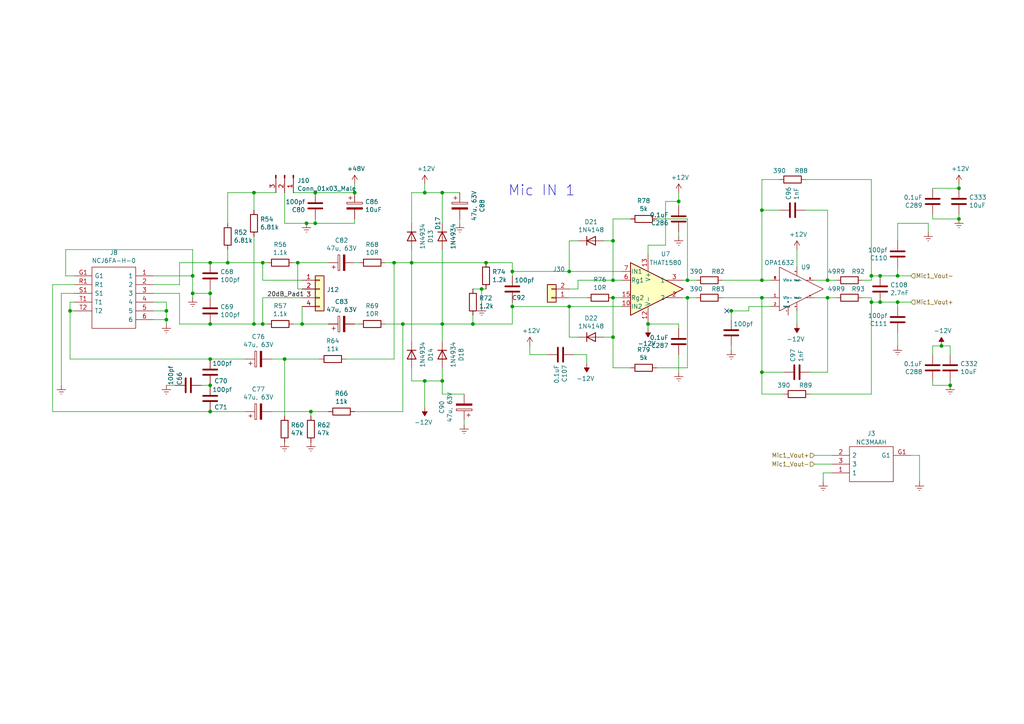
<source format=kicad_sch>
(kicad_sch (version 20230121) (generator eeschema)
  (paper "A4")
  (junction (at 55.88 85.09))
  (junction (at 48.26 92.71))
  (junction (at 240.03 86.36))
  (junction (at 73.66 93.98))
  (junction (at 177.8 97.79))
  (junction (at 140.97 76.2))
  (junction (at 177.8 86.36))
  (junction (at 278.13 63.5))
  (junction (at 220.98 81.28))
  (junction (at 123.19 110.49))
  (junction (at 273.05 100.33))
  (junction (at 119.38 76.2))
  (junction (at 260.35 80.01))
  (junction (at 76.2 93.98))
  (junction (at 199.39 86.36))
  (junction (at 60.96 93.98))
  (junction (at 137.16 93.98))
  (junction (at 255.27 87.63))
  (junction (at 86.36 76.2))
  (junction (at 123.19 55.88))
  (junction (at 177.8 69.85))
  (junction (at 60.96 85.09))
  (junction (at 116.84 93.98))
  (junction (at 91.44 55.88))
  (junction (at 114.3 76.2))
  (junction (at 73.66 55.88))
  (junction (at 139.7 83.82))
  (junction (at 55.88 80.01))
  (junction (at 60.96 119.38))
  (junction (at 60.96 76.2))
  (junction (at 60.96 111.76))
  (junction (at 91.44 64.77))
  (junction (at 60.96 104.14))
  (junction (at 66.04 76.2))
  (junction (at 275.59 111.76))
  (junction (at 220.98 107.95))
  (junction (at 255.27 80.01))
  (junction (at 252.73 87.63))
  (junction (at 199.39 81.28))
  (junction (at 220.98 60.96))
  (junction (at 128.27 93.98))
  (junction (at 88.9 64.77))
  (junction (at 82.55 104.14))
  (junction (at 165.1 88.9))
  (junction (at 260.35 87.63))
  (junction (at 252.73 80.01))
  (junction (at 177.8 81.28))
  (junction (at 187.96 93.98))
  (junction (at 102.87 55.88))
  (junction (at 76.2 76.2))
  (junction (at 240.03 81.28))
  (junction (at 220.98 86.36))
  (junction (at 148.59 88.9))
  (junction (at 128.27 55.88))
  (junction (at 165.1 78.74))
  (junction (at 278.13 54.61))
  (junction (at 212.09 90.17))
  (junction (at 148.59 78.74))
  (junction (at 90.17 119.38))
  (junction (at 48.26 90.17))
  (junction (at 20.32 90.17))
  (junction (at 128.27 110.49))
  (junction (at 87.63 93.98))
  (junction (at 196.85 58.42))
  (no_connect (at 210.82 90.17))
  (wire (pts (xy 199.39 86.36) (xy 199.39 106.68)))
  (wire (pts (xy 238.76 137.16) (xy 238.76 139.7)))
  (wire (pts (xy 250.19 86.36) (xy 252.73 86.36)))
  (wire (pts (xy 187.96 93.98) (xy 187.96 95.25)))
  (wire (pts (xy 90.17 119.38) (xy 90.17 120.65)))
  (wire (pts (xy 100.33 104.14) (xy 114.3 104.14)))
  (wire (pts (xy 252.73 86.36) (xy 252.73 87.63)))
  (wire (pts (xy 102.87 76.2) (xy 104.14 76.2)))
  (wire (pts (xy 85.09 93.98) (xy 87.63 93.98)))
  (wire (pts (xy 85.09 76.2) (xy 86.36 76.2)))
  (wire (pts (xy 60.96 104.14) (xy 71.12 104.14)))
  (wire (pts (xy 217.17 88.9) (xy 223.52 88.9)))
  (wire (pts (xy 260.35 87.63) (xy 264.16 87.63)))
  (wire (pts (xy 111.76 76.2) (xy 114.3 76.2)))
  (wire (pts (xy 270.51 100.33) (xy 270.51 102.87)))
  (wire (pts (xy 139.7 83.82) (xy 139.7 88.9)))
  (wire (pts (xy 199.39 86.36) (xy 201.93 86.36)))
  (wire (pts (xy 270.51 110.49) (xy 270.51 111.76)))
  (wire (pts (xy 240.03 81.28) (xy 240.03 60.96)))
  (wire (pts (xy 236.22 86.36) (xy 240.03 86.36)))
  (wire (pts (xy 220.98 114.3) (xy 220.98 107.95)))
  (wire (pts (xy 128.27 55.88) (xy 123.19 55.88)))
  (wire (pts (xy 52.07 82.55) (xy 52.07 76.2)))
  (wire (pts (xy 48.26 87.63) (xy 48.26 90.17)))
  (wire (pts (xy 190.5 63.5) (xy 199.39 63.5)))
  (wire (pts (xy 148.59 78.74) (xy 165.1 78.74)))
  (wire (pts (xy 148.59 93.98) (xy 148.59 88.9)))
  (wire (pts (xy 212.09 90.17) (xy 217.17 90.17)))
  (wire (pts (xy 55.88 80.01) (xy 55.88 85.09)))
  (wire (pts (xy 220.98 81.28) (xy 223.52 81.28)))
  (wire (pts (xy 165.1 88.9) (xy 180.34 88.9)))
  (wire (pts (xy 177.8 97.79) (xy 177.8 86.36)))
  (wire (pts (xy 87.63 93.98) (xy 87.63 88.9)))
  (wire (pts (xy 231.14 90.17) (xy 231.14 93.98)))
  (wire (pts (xy 119.38 55.88) (xy 123.19 55.88)))
  (wire (pts (xy 91.44 55.88) (xy 102.87 55.88)))
  (wire (pts (xy 233.68 52.07) (xy 252.73 52.07)))
  (wire (pts (xy 50.8 111.76) (xy 48.26 111.76)))
  (wire (pts (xy 102.87 64.77) (xy 91.44 64.77)))
  (wire (pts (xy 220.98 60.96) (xy 220.98 81.28)))
  (wire (pts (xy 87.63 86.36) (xy 76.2 86.36)))
  (wire (pts (xy 236.22 81.28) (xy 240.03 81.28)))
  (wire (pts (xy 252.73 52.07) (xy 252.73 80.01)))
  (wire (pts (xy 196.85 93.98) (xy 187.96 93.98)))
  (wire (pts (xy 210.82 90.17) (xy 212.09 90.17)))
  (wire (pts (xy 19.05 80.01) (xy 19.05 72.39)))
  (wire (pts (xy 196.85 55.88) (xy 196.85 58.42)))
  (wire (pts (xy 193.04 58.42) (xy 193.04 71.12)))
  (wire (pts (xy 82.55 104.14) (xy 82.55 120.65)))
  (wire (pts (xy 66.04 76.2) (xy 76.2 76.2)))
  (wire (pts (xy 17.78 111.76) (xy 17.78 85.09)))
  (wire (pts (xy 73.66 93.98) (xy 76.2 93.98)))
  (wire (pts (xy 252.73 114.3) (xy 234.95 114.3)))
  (wire (pts (xy 87.63 93.98) (xy 95.25 93.98)))
  (wire (pts (xy 21.59 87.63) (xy 20.32 87.63)))
  (wire (pts (xy 255.27 80.01) (xy 260.35 80.01)))
  (wire (pts (xy 165.1 78.74) (xy 180.34 78.74)))
  (wire (pts (xy 133.35 63.5) (xy 133.35 64.77)))
  (wire (pts (xy 275.59 100.33) (xy 275.59 102.87)))
  (wire (pts (xy 167.64 83.82) (xy 167.64 81.28)))
  (wire (pts (xy 231.14 72.39) (xy 231.14 77.47)))
  (wire (pts (xy 278.13 63.5) (xy 278.13 62.23)))
  (wire (pts (xy 255.27 80.01) (xy 252.73 80.01)))
  (wire (pts (xy 114.3 104.14) (xy 114.3 76.2)))
  (wire (pts (xy 260.35 80.01) (xy 264.16 80.01)))
  (wire (pts (xy 52.07 85.09) (xy 52.07 93.98)))
  (wire (pts (xy 82.55 64.77) (xy 88.9 64.77)))
  (wire (pts (xy 175.26 97.79) (xy 177.8 97.79)))
  (wire (pts (xy 196.85 58.42) (xy 193.04 58.42)))
  (wire (pts (xy 76.2 81.28) (xy 87.63 81.28)))
  (wire (pts (xy 199.39 63.5) (xy 199.39 81.28)))
  (wire (pts (xy 250.19 81.28) (xy 252.73 81.28)))
  (wire (pts (xy 44.45 85.09) (xy 52.07 85.09)))
  (wire (pts (xy 111.76 93.98) (xy 116.84 93.98)))
  (wire (pts (xy 137.16 91.44) (xy 137.16 93.98)))
  (wire (pts (xy 137.16 83.82) (xy 139.7 83.82)))
  (wire (pts (xy 166.37 102.87) (xy 170.18 102.87)))
  (wire (pts (xy 102.87 53.34) (xy 102.87 55.88)))
  (wire (pts (xy 90.17 119.38) (xy 95.25 119.38)))
  (wire (pts (xy 48.26 92.71) (xy 48.26 93.98)))
  (wire (pts (xy 44.45 90.17) (xy 48.26 90.17)))
  (wire (pts (xy 270.51 63.5) (xy 278.13 63.5)))
  (wire (pts (xy 180.34 86.36) (xy 177.8 86.36)))
  (wire (pts (xy 76.2 76.2) (xy 76.2 81.28)))
  (wire (pts (xy 240.03 86.36) (xy 240.03 107.95)))
  (wire (pts (xy 182.88 106.68) (xy 177.8 106.68)))
  (wire (pts (xy 73.66 55.88) (xy 66.04 55.88)))
  (wire (pts (xy 240.03 107.95) (xy 234.95 107.95)))
  (wire (pts (xy 241.3 134.62) (xy 236.22 134.62)))
  (wire (pts (xy 52.07 93.98) (xy 60.96 93.98)))
  (wire (pts (xy 273.05 100.33) (xy 275.59 100.33)))
  (wire (pts (xy 260.35 87.63) (xy 260.35 88.9)))
  (wire (pts (xy 241.3 132.08) (xy 236.22 132.08)))
  (wire (pts (xy 119.38 72.39) (xy 119.38 76.2)))
  (wire (pts (xy 196.85 58.42) (xy 196.85 59.69)))
  (wire (pts (xy 119.38 110.49) (xy 123.19 110.49)))
  (wire (pts (xy 58.42 111.76) (xy 60.96 111.76)))
  (wire (pts (xy 88.9 64.77) (xy 91.44 64.77)))
  (wire (pts (xy 76.2 76.2) (xy 77.47 76.2)))
  (wire (pts (xy 227.33 107.95) (xy 220.98 107.95)))
  (wire (pts (xy 55.88 72.39) (xy 55.88 80.01)))
  (wire (pts (xy 15.24 119.38) (xy 60.96 119.38)))
  (wire (pts (xy 73.66 55.88) (xy 80.01 55.88)))
  (wire (pts (xy 212.09 101.6) (xy 212.09 100.33)))
  (wire (pts (xy 86.36 76.2) (xy 95.25 76.2)))
  (wire (pts (xy 199.39 106.68) (xy 190.5 106.68)))
  (wire (pts (xy 102.87 93.98) (xy 104.14 93.98)))
  (wire (pts (xy 128.27 93.98) (xy 137.16 93.98)))
  (wire (pts (xy 128.27 55.88) (xy 133.35 55.88)))
  (wire (pts (xy 102.87 63.5) (xy 102.87 64.77)))
  (wire (pts (xy 217.17 90.17) (xy 217.17 88.9)))
  (wire (pts (xy 264.16 132.08) (xy 266.7 132.08)))
  (wire (pts (xy 212.09 90.17) (xy 212.09 92.71)))
  (wire (pts (xy 252.73 87.63) (xy 252.73 114.3)))
  (wire (pts (xy 177.8 69.85) (xy 175.26 69.85)))
  (wire (pts (xy 187.96 71.12) (xy 187.96 73.66)))
  (wire (pts (xy 226.06 60.96) (xy 220.98 60.96)))
  (wire (pts (xy 123.19 110.49) (xy 123.19 118.11)))
  (wire (pts (xy 278.13 54.61) (xy 278.13 53.34)))
  (wire (pts (xy 196.85 102.87) (xy 196.85 107.95)))
  (wire (pts (xy 15.24 82.55) (xy 15.24 119.38)))
  (wire (pts (xy 193.04 71.12) (xy 187.96 71.12)))
  (wire (pts (xy 240.03 60.96) (xy 233.68 60.96)))
  (wire (pts (xy 140.97 83.82) (xy 139.7 83.82)))
  (wire (pts (xy 148.59 88.9) (xy 165.1 88.9)))
  (wire (pts (xy 123.19 110.49) (xy 128.27 110.49)))
  (wire (pts (xy 44.45 87.63) (xy 48.26 87.63)))
  (wire (pts (xy 153.67 100.33) (xy 153.67 102.87)))
  (wire (pts (xy 241.3 137.16) (xy 238.76 137.16)))
  (wire (pts (xy 76.2 93.98) (xy 77.47 93.98)))
  (wire (pts (xy 273.05 100.33) (xy 270.51 100.33)))
  (wire (pts (xy 55.88 85.09) (xy 60.96 85.09)))
  (wire (pts (xy 60.96 85.09) (xy 60.96 86.36)))
  (wire (pts (xy 123.19 55.88) (xy 123.19 53.34)))
  (wire (pts (xy 226.06 52.07) (xy 220.98 52.07)))
  (wire (pts (xy 73.66 60.96) (xy 73.66 55.88)))
  (wire (pts (xy 128.27 64.77) (xy 128.27 55.88)))
  (wire (pts (xy 269.24 64.77) (xy 269.24 67.31)))
  (wire (pts (xy 60.96 76.2) (xy 66.04 76.2)))
  (wire (pts (xy 260.35 80.01) (xy 260.35 77.47)))
  (wire (pts (xy 177.8 63.5) (xy 177.8 69.85)))
  (wire (pts (xy 137.16 93.98) (xy 148.59 93.98)))
  (wire (pts (xy 170.18 102.87) (xy 170.18 105.41)))
  (wire (pts (xy 20.32 87.63) (xy 20.32 90.17)))
  (wire (pts (xy 48.26 90.17) (xy 48.26 92.71)))
  (wire (pts (xy 220.98 86.36) (xy 223.52 86.36)))
  (wire (pts (xy 119.38 99.06) (xy 119.38 76.2)))
  (wire (pts (xy 165.1 86.36) (xy 170.18 86.36)))
  (wire (pts (xy 66.04 72.39) (xy 66.04 76.2)))
  (wire (pts (xy 128.27 110.49) (xy 128.27 106.68)))
  (wire (pts (xy 260.35 69.85) (xy 260.35 64.77)))
  (wire (pts (xy 153.67 102.87) (xy 158.75 102.87)))
  (wire (pts (xy 119.38 76.2) (xy 140.97 76.2)))
  (wire (pts (xy 60.96 93.98) (xy 73.66 93.98)))
  (wire (pts (xy 220.98 86.36) (xy 220.98 107.95)))
  (wire (pts (xy 165.1 69.85) (xy 165.1 78.74)))
  (wire (pts (xy 260.35 64.77) (xy 269.24 64.77)))
  (wire (pts (xy 128.27 114.3) (xy 128.27 110.49)))
  (wire (pts (xy 119.38 64.77) (xy 119.38 55.88)))
  (wire (pts (xy 20.32 90.17) (xy 21.59 90.17)))
  (wire (pts (xy 19.05 72.39) (xy 55.88 72.39)))
  (wire (pts (xy 86.36 76.2) (xy 86.36 83.82)))
  (wire (pts (xy 260.35 96.52) (xy 260.35 100.33)))
  (wire (pts (xy 252.73 87.63) (xy 255.27 87.63)))
  (wire (pts (xy 240.03 81.28) (xy 242.57 81.28)))
  (wire (pts (xy 165.1 83.82) (xy 167.64 83.82)))
  (wire (pts (xy 167.64 69.85) (xy 165.1 69.85)))
  (wire (pts (xy 52.07 76.2) (xy 60.96 76.2)))
  (wire (pts (xy 76.2 86.36) (xy 76.2 93.98)))
  (wire (pts (xy 209.55 86.36) (xy 220.98 86.36)))
  (wire (pts (xy 102.87 119.38) (xy 116.84 119.38)))
  (wire (pts (xy 148.59 76.2) (xy 148.59 78.74)))
  (wire (pts (xy 128.27 99.06) (xy 128.27 93.98)))
  (wire (pts (xy 252.73 80.01) (xy 252.73 81.28)))
  (wire (pts (xy 134.62 114.3) (xy 128.27 114.3)))
  (wire (pts (xy 165.1 88.9) (xy 165.1 97.79)))
  (wire (pts (xy 78.74 104.14) (xy 82.55 104.14)))
  (wire (pts (xy 119.38 106.68) (xy 119.38 110.49)))
  (wire (pts (xy 21.59 80.01) (xy 19.05 80.01)))
  (wire (pts (xy 82.55 55.88) (xy 82.55 64.77)))
  (wire (pts (xy 199.39 81.28) (xy 201.93 81.28)))
  (wire (pts (xy 198.12 86.36) (xy 199.39 86.36)))
  (wire (pts (xy 114.3 76.2) (xy 119.38 76.2)))
  (wire (pts (xy 20.32 90.17) (xy 20.32 104.14)))
  (wire (pts (xy 196.85 95.25) (xy 196.85 93.98)))
  (wire (pts (xy 255.27 87.63) (xy 260.35 87.63)))
  (wire (pts (xy 165.1 97.79) (xy 167.64 97.79)))
  (wire (pts (xy 209.55 81.28) (xy 220.98 81.28)))
  (wire (pts (xy 167.64 81.28) (xy 177.8 81.28)))
  (wire (pts (xy 177.8 69.85) (xy 177.8 81.28)))
  (wire (pts (xy 60.96 83.82) (xy 60.96 85.09)))
  (wire (pts (xy 91.44 63.5) (xy 91.44 64.77)))
  (wire (pts (xy 177.8 97.79) (xy 177.8 106.68)))
  (wire (pts (xy 134.62 121.92) (xy 134.62 123.19)))
  (wire (pts (xy 44.45 80.01) (xy 55.88 80.01)))
  (wire (pts (xy 199.39 81.28) (xy 198.12 81.28)))
  (wire (pts (xy 148.59 88.9) (xy 148.59 87.63)))
  (wire (pts (xy 275.59 111.76) (xy 275.59 110.49)))
  (wire (pts (xy 78.74 119.38) (xy 90.17 119.38)))
  (wire (pts (xy 44.45 92.71) (xy 48.26 92.71)))
  (wire (pts (xy 227.33 114.3) (xy 220.98 114.3)))
  (wire (pts (xy 15.24 82.55) (xy 21.59 82.55)))
  (wire (pts (xy 148.59 78.74) (xy 148.59 80.01)))
  (wire (pts (xy 177.8 63.5) (xy 182.88 63.5)))
  (wire (pts (xy 240.03 86.36) (xy 242.57 86.36)))
  (wire (pts (xy 20.32 104.14) (xy 60.96 104.14)))
  (wire (pts (xy 196.85 68.58) (xy 196.85 67.31)))
  (wire (pts (xy 270.51 111.76) (xy 275.59 111.76)))
  (wire (pts (xy 220.98 52.07) (xy 220.98 60.96)))
  (wire (pts (xy 270.51 54.61) (xy 278.13 54.61)))
  (wire (pts (xy 86.36 83.82) (xy 87.63 83.82)))
  (wire (pts (xy 17.78 85.09) (xy 21.59 85.09)))
  (wire (pts (xy 66.04 55.88) (xy 66.04 64.77)))
  (wire (pts (xy 73.66 68.58) (xy 73.66 93.98)))
  (wire (pts (xy 270.51 62.23) (xy 270.51 63.5)))
  (wire (pts (xy 116.84 119.38) (xy 116.84 93.98)))
  (wire (pts (xy 116.84 93.98) (xy 128.27 93.98)))
  (wire (pts (xy 266.7 139.7) (xy 266.7 132.08)))
  (wire (pts (xy 44.45 82.55) (xy 52.07 82.55)))
  (wire (pts (xy 85.09 55.88) (xy 91.44 55.88)))
  (wire (pts (xy 140.97 76.2) (xy 148.59 76.2)))
  (wire (pts (xy 82.55 104.14) (xy 92.71 104.14)))
  (wire (pts (xy 128.27 72.39) (xy 128.27 93.98)))
  (wire (pts (xy 177.8 81.28) (xy 180.34 81.28)))
  (wire (pts (xy 60.96 119.38) (xy 71.12 119.38)))
  (wire (pts (xy 55.88 86.36) (xy 55.88 85.09)))
  (text "Mic IN 1" (at 147.32 57.15 0) (effects (font (size 2.9972 2.9972)) (justify left bottom)))
  (label "20dB_Pad1" (at 77.47 86.36 0))
  (hierarchical_label "Mic1_Vout+" (shape input) (at 264.16 87.63 0) (effects (font (size 1.2446 1.2446))))
  (hierarchical_label "Mic1_Vout-" (shape input) (at 236.22 134.62 180) (effects (font (size 1.2446 1.2446))))
  (hierarchical_label "Mic1_Vout-" (shape input) (at 264.16 80.01 0) (effects (font (size 1.2446 1.2446))))
  (hierarchical_label "Mic1_Vout+" (shape input) (at 236.22 132.08 180) (effects (font (size 1.2446 1.2446))))
  (symbol (lib_id "Samac:NC3MAAH") (at 241.3 132.08 0) (unit 1)
    (property "Reference" "J3" (at 252.73 125.73 0))
    (property "Value" "NC3MAAH" (at 252.73 128.27 0))
    (property "Footprint" "NC3MAAH" (effects hide))
    (property "Datasheet" "https://www.neutrik.com/media/8341/download/nc3maah-1.pdf?v=1" (effects hide))
    (property "Description" "NEUTRIK - NC3MAAH - PLUG, XLR, PCB, HORIZONTAL, 3POLE" (effects hide))
    (property "Height" "25.3" (effects hide))
    (property "Mouser Part Number" "568-NC3MAAH" (effects hide))
    (property "Mouser Price/Stock" "https://www.mouser.co.uk/ProductDetail/Neutrik/NC3MAAH?qs=jCymNF74TgXgh2x3smwFTg%3D%3D" (effects hide))
    (property "Manufacturer_Name" "Neutrik" (effects hide))
    (property "Manufacturer_Part_Number" "NC3MAAH" (effects hide))
    (instances (project "MicPre" (path "" (reference "J3") (unit 1)) (path "" (reference "J10") (unit 1))))
  )
  (symbol (lib_id "power:+12V") (at 123.19 53.34 0) (unit 1)
    (property "Reference" "#PWR091" (effects hide))
    (property "Value" "+12V" (at 123.571 48.9458 0))
    (instances (project "Adam824" (path "" (reference "#PWR091") (unit 1))) (project "MicPre" (path "" (reference "#PWR017") (unit 1)) (path "" (reference "#PWR019") (unit 1)) (path "" (reference "#PWR025") (unit 1))))
  )
  (symbol (lib_id "power:Earth") (at 278.13 63.5 0) (unit 1)
    (property "Reference" "#PWR0343" (effects hide))
    (property "Value" "Earth" (effects hide))
    (instances (project "Adam824" (path "" (reference "#PWR0343") (unit 1))) (project "MicPre" (path "" (reference "#PWR056") (unit 1)) (path "" (reference "#PWR054") (unit 1)) (path "" (reference "#PWR0103") (unit 1))))
  )
  (symbol (lib_id "Device:R") (at 205.74 81.28 90) (unit 1)
    (property "Reference" "R82" (at 208.28 78.74 90))
    (property "Value" "390" (at 201.93 78.74 90))
    (property "Footprint" "Resistor_SMD:R_0402_1005Metric_Pad0.72x0.64mm_HandSolder" (effects hide))
    (property "Datasheet" "https://www.digikey.com/en/products/detail/susumu/RR0510P-391-D/432388" (effects hide))
    (property "Mouser Price/Stock" "$0.10" (effects hide))
    (instances (project "Adam824" (path "" (reference "R82") (unit 1))) (project "MicPre" (path "" (reference "R31") (unit 1)) (path "" (reference "R33") (unit 1)) (path "" (reference "R31") (unit 1))))
  )
  (symbol (lib_id "Device:R") (at 173.99 86.36 90) (unit 1)
    (property "Reference" "R76" (at 173.99 81.1022 90))
    (property "Value" "10R" (at 173.99 83.4136 90))
    (property "Footprint" "Resistor_SMD:R_0603_1608Metric_Pad0.98x0.95mm_HandSolder" (effects hide))
    (property "Datasheet" "https://www.digikey.com/en/products/detail/yageo/RT0603FRE0710RL/1075044" (effects hide))
    (property "Mouser Price/Stock" "$0.10" (effects hide))
    (instances (project "Adam824" (path "" (reference "R76") (unit 1))) (project "MicPre" (path "" (reference "R25") (unit 1)) (path "" (reference "R26") (unit 1)) (path "" (reference "R25") (unit 1))))
  )
  (symbol (lib_id "Device:C") (at 231.14 107.95 90) (unit 1)
    (property "Reference" "C97" (at 229.9716 105.029 0) (effects (justify left)))
    (property "Value" "1nF" (at 232.283 105.029 0) (effects (justify left)))
    (property "Footprint" "Capacitor_SMD:C_0402_1005Metric_Pad0.74x0.62mm_HandSolder" (effects hide))
    (property "Datasheet" "https://www.digikey.com/en/products/detail/avx-corporation/0402YC102KAT2A/1597799" (effects hide))
    (property "Mouser Price/Stock" "$0.10" (effects hide))
    (instances (project "Adam824" (path "" (reference "C97") (unit 1))) (project "MicPre" (path "" (reference "C38") (unit 1)) (path "" (reference "C40") (unit 1)) (path "" (reference "C38") (unit 1))))
  )
  (symbol (lib_id "Connector_Generic:Conn_01x04") (at 92.71 83.82 0) (unit 1)
    (property "Reference" "J12" (at 94.742 84.0232 0) (effects (justify left)))
    (property "Value" "Conn_01x04" (effects hide))
    (property "Footprint" "Connector_PinSocket_2.00mm:PinSocket_2x02_P2.00mm_Vertical" (effects hide))
    (instances (project "Adam824" (path "" (reference "J12") (unit 1))) (project "MicPre" (path "" (reference "J5") (unit 1)) (path "" (reference "J6") (unit 1)) (path "" (reference "J14") (unit 1))))
  )
  (symbol (lib_id "power:Earth") (at 88.9 64.77 0) (unit 1)
    (property "Reference" "#PWR0179" (effects hide))
    (property "Value" "Earth" (effects hide))
    (instances (project "Adam824" (path "" (reference "#PWR0179") (unit 1))) (project "MicPre" (path "" (reference "#PWR012") (unit 1)) (path "" (reference "#PWR011") (unit 1)) (path "" (reference "#PWR018") (unit 1))))
  )
  (symbol (lib_id "power:Earth") (at 238.76 139.7 0) (unit 1)
    (property "Reference" "#PWR0237" (effects hide))
    (property "Value" "Earth" (effects hide))
    (instances (project "Adam824" (path "" (reference "#PWR0237") (unit 1))) (project "MicPre" (path "" (reference "#PWR023") (unit 1)) (path "" (reference "#PWR067") (unit 1)) (path "" (reference "#PWR070") (unit 1))))
  )
  (symbol (lib_id "Device:C") (at 212.09 96.52 180) (unit 1)
    (property "Reference" "C94" (effects hide))
    (property "Value" "100pf" (at 218.44 93.98 0) (effects (justify left)))
    (property "Footprint" "Capacitor_SMD:C_0603_1608Metric_Pad1.08x0.95mm_HandSolder" (effects hide))
    (property "Datasheet" "https://www.digikey.com/en/products/detail/samsung-electro-mechanics/CL10B101KB8NFNC/3887566" (effects hide))
    (property "Mouser Price/Stock" "$0.10" (effects hide))
    (instances (project "Adam824" (path "" (reference "C94") (unit 1))) (project "MicPre" (path "" (reference "C35") (unit 1)) (path "" (reference "C36") (unit 1)) (path "" (reference "C35") (unit 1))))
  )
  (symbol (lib_id "Device:CP") (at 99.06 76.2 90) (unit 1)
    (property "Reference" "C82" (at 99.06 69.723 90))
    (property "Value" "47u, 63V" (at 99.06 72.0344 90))
    (property "Footprint" "Capacitor_THT:CP_Radial_D6.3mm_P2.50mm" (effects hide))
    (property "Datasheet" "https://www.digikey.com/en/products/detail/nichicon/UUR1J470MNL1GS/2550461" (effects hide))
    (property "Mouser Price/Stock" "$0.50" (effects hide))
    (instances (project "Adam824" (path "" (reference "C82") (unit 1))) (project "MicPre" (path "" (reference "C17") (unit 1)) (path "" (reference "C19") (unit 1)) (path "" (reference "C17") (unit 1))))
  )
  (symbol (lib_id "opa1632:OPA1632") (at 231.14 83.82 0) (unit 1)
    (property "Reference" "U9" (at 233.68 77.47 0))
    (property "Value" "OPA1632" (at 226.06 76.2 0))
    (property "Footprint" "Adam824:SOP65P490X110-9N" (effects hide))
    (instances (project "Adam824" (path "" (reference "U9") (unit 1))) (project "MicPre" (path "" (reference "U3") (unit 1)) (path "" (reference "U4") (unit 1)) (path "" (reference "U3") (unit 1))))
  )
  (symbol (lib_id "Adam824-rescue:NCJ6FA-H-0-SamacSys_Parts") (at 44.45 80.01 0) (mirror y) (unit 1)
    (property "Reference" "J8" (at 33.02 73.279 0))
    (property "Value" "NCJ6FA-H-0" (at 33.02 75.5904 0))
    (property "Footprint" "Adam824:NCJ6FAH0" (effects hide))
    (property "Datasheet" "https://www.mouser.co.uk/ProductDetail/Neutrik/NCJ6FA-H-0?qs=aEaV1LakhLaCrLXco%252BtEjw%3D%3D" (effects hide))
    (property "Description" "Socket; Jack 6,35mm + XLR; female; angled 90; THT; 3A" (effects hide))
    (property "Height" "25" (effects hide))
    (property "Mouser Part Number" "568-NCJ6FA-H-0" (effects hide))
    (property "Mouser Price/Stock" "$2.10" (effects hide))
    (property "Manufacturer_Name" "Neutrik" (effects hide))
    (property "Manufacturer_Part_Number" "NCJ6FA-H-0" (effects hide))
    (instances (project "Adam824" (path "" (reference "J8") (unit 1))) (project "MicPre" (path "" (reference "J1") (unit 1)) (path "" (reference "J2") (unit 1)) (path "" (reference "J5") (unit 1))))
  )
  (symbol (lib_id "Device:C") (at 60.96 107.95 180) (unit 1)
    (property "Reference" "C70" (at 66.04 110.49 0) (effects (justify left)))
    (property "Value" "100pf" (at 67.31 105.41 0) (effects (justify left)))
    (property "Footprint" "Capacitor_SMD:C_0603_1608Metric_Pad1.08x0.95mm_HandSolder" (effects hide))
    (property "Datasheet" "https://www.digikey.com/en/products/detail/samsung-electro-mechanics/CL10B101KB8NFNC/3887566" (effects hide))
    (property "Mouser Price/Stock" "$0.10" (effects hide))
    (instances (project "Adam824" (path "" (reference "C70") (unit 1))) (project "MicPre" (path "" (reference "C5") (unit 1)) (path "" (reference "C9") (unit 1)) (path "" (reference "C5") (unit 1))))
  )
  (symbol (lib_id "Device:D") (at 171.45 97.79 0) (unit 1)
    (property "Reference" "D22" (at 171.45 92.3036 0))
    (property "Value" "1N4148" (at 171.45 94.615 0))
    (property "Footprint" "Diode_SMD:D_SOD-123" (effects hide))
    (property "Datasheet" "https://www.mouser.com/ProductDetail/Diodes-Incorporated/1N4148W-7-F/?qs=LHX0FizJzg7Ae9ZM8LTAWw%3D%3D" (effects hide))
    (property "Mouser Price/Stock" "$0.16" (effects hide))
    (instances (project "Adam824" (path "" (reference "D22") (unit 1))) (project "MicPre" (path "" (reference "D10") (unit 1)) (path "" (reference "D12") (unit 1)) (path "" (reference "D10") (unit 1))))
  )
  (symbol (lib_id "Device:C") (at 148.59 83.82 180) (unit 1)
    (property "Reference" "C92" (at 152.4 86.36 0) (effects (justify left)))
    (property "Value" "100pf" (at 154.94 81.28 0) (effects (justify left)))
    (property "Footprint" "Capacitor_SMD:C_0603_1608Metric_Pad1.08x0.95mm_HandSolder" (effects hide))
    (property "Datasheet" "https://www.digikey.com/en/products/detail/samsung-electro-mechanics/CL10B101KB8NFNC/3887566" (effects hide))
    (property "Mouser Price/Stock" "$0.10" (effects hide))
    (instances (project "Adam824" (path "" (reference "C92") (unit 1))) (project "MicPre" (path "" (reference "C27") (unit 1)) (path "" (reference "C28") (unit 1)) (path "" (reference "C27") (unit 1))))
  )
  (symbol (lib_id "power:Earth") (at 269.24 67.31 0) (unit 1)
    (property "Reference" "#PWR0165" (effects hide))
    (property "Value" "Earth" (effects hide))
    (instances (project "Adam824" (path "" (reference "#PWR0165") (unit 1))) (project "MicPre" (path "" (reference "#PWR048") (unit 1)) (path "" (reference "#PWR047") (unit 1)) (path "" (reference "#PWR099") (unit 1))))
  )
  (symbol (lib_id "Device:R") (at 73.66 64.77 0) (unit 1)
    (property "Reference" "R54" (at 75.438 63.6016 0) (effects (justify left)))
    (property "Value" "6.81k" (at 75.438 65.913 0) (effects (justify left)))
    (property "Footprint" "Resistor_SMD:R_0805_2012Metric_Pad1.20x1.40mm_HandSolder" (effects hide))
    (property "Datasheet" "https://www.digikey.com/en/products/detail/stackpole-electronics-inc/RNCP0805FTD6K81/2240257" (effects hide))
    (property "Mouser Price/Stock" "$0.10" (effects hide))
    (instances (project "Adam824" (path "" (reference "R54") (unit 1))) (project "MicPre" (path "" (reference "R3") (unit 1)) (path "" (reference "R4") (unit 1)) (path "" (reference "R3") (unit 1))))
  )
  (symbol (lib_id "Device:R") (at 137.16 87.63 0) (unit 1)
    (property "Reference" "R72" (at 138.938 86.4616 0) (effects (justify left)))
    (property "Value" "1.2k" (at 138.938 88.773 0) (effects (justify left)))
    (property "Footprint" "Resistor_SMD:R_0402_1005Metric_Pad0.72x0.64mm_HandSolder" (effects hide))
    (property "Datasheet" "https://www.digikey.com/en/products/detail/te-connectivity-passive-product/CRGCQ0402F1K2/8576230" (effects hide))
    (property "Mouser Price/Stock" "$0.10" (effects hide))
    (instances (project "Adam824" (path "" (reference "R72") (unit 1))) (project "MicPre" (path "" (reference "R21") (unit 1)) (path "" (reference "R22") (unit 1)) (path "" (reference "R21") (unit 1))))
  )
  (symbol (lib_id "Device:C") (at 270.51 106.68 180) (unit 1)
    (property "Reference" "C288" (at 267.589 107.8484 0) (effects (justify left)))
    (property "Value" "0.1uF" (at 267.589 105.537 0) (effects (justify left)))
    (property "Footprint" "Capacitor_SMD:C_0805_2012Metric_Pad1.18x1.45mm_HandSolder" (effects hide))
    (property "Datasheet" "https://www.digikey.com/en/products/detail/samsung-electro-mechanics/CL10B101KB8NFNC/3887566" (effects hide))
    (property "Mouser Price/Stock" "$0.10" (effects hide))
    (instances (project "Adam824" (path "" (reference "C288") (unit 1))) (project "MicPre" (path "" (reference "C49") (unit 1)) (path "" (reference "C50") (unit 1)) (path "" (reference "C49") (unit 1))))
  )
  (symbol (lib_id "Device:C") (at 60.96 115.57 180) (unit 1)
    (property "Reference" "C71" (at 66.04 118.11 0) (effects (justify left)))
    (property "Value" "100pf" (at 67.31 113.03 0) (effects (justify left)))
    (property "Footprint" "Capacitor_SMD:C_0603_1608Metric_Pad1.08x0.95mm_HandSolder" (effects hide))
    (property "Datasheet" "https://www.digikey.com/en/products/detail/samsung-electro-mechanics/CL10B101KB8NFNC/3887566" (effects hide))
    (property "Mouser Price/Stock" "$0.10" (effects hide))
    (instances (project "Adam824" (path "" (reference "C71") (unit 1))) (project "MicPre" (path "" (reference "C6") (unit 1)) (path "" (reference "C10") (unit 1)) (path "" (reference "C6") (unit 1))))
  )
  (symbol (lib_id "power:Earth") (at 196.85 68.58 0) (unit 1)
    (property "Reference" "#PWR0166" (effects hide))
    (property "Value" "Earth" (effects hide))
    (instances (project "Adam824" (path "" (reference "#PWR0166") (unit 1))) (project "MicPre" (path "" (reference "#PWR037") (unit 1)) (path "" (reference "#PWR034") (unit 1)) (path "" (reference "#PWR042") (unit 1))))
  )
  (symbol (lib_id "Connector:Conn_01x03_Male") (at 82.55 50.8 270) (unit 1)
    (property "Reference" "J10" (at 86.2076 52.3748 90) (effects (justify left)))
    (property "Value" "Conn_01x03_Male" (at 86.2076 54.6862 90) (effects (justify left)))
    (property "Footprint" "Connector_PinHeader_1.27mm:PinHeader_1x03_P1.27mm_Vertical" (effects hide))
    (instances (project "Adam824" (path "" (reference "J10") (unit 1))) (project "MicPre" (path "" (reference "J3") (unit 1)) (path "" (reference "J4") (unit 1)) (path "" (reference "J7") (unit 1))))
  )
  (symbol (lib_id "power:Earth") (at 90.17 128.27 0) (unit 1)
    (property "Reference" "#PWR0241" (effects hide))
    (property "Value" "Earth" (effects hide))
    (instances (project "Adam824" (path "" (reference "#PWR0241") (unit 1))) (project "MicPre" (path "" (reference "#PWR013") (unit 1)) (path "" (reference "#PWR014") (unit 1)) (path "" (reference "#PWR021") (unit 1))))
  )
  (symbol (lib_id "Device:C") (at 255.27 83.82 0) (unit 1)
    (property "Reference" "C108" (at 258.191 82.6516 0) (effects (justify left)))
    (property "Value" "2.7nF" (at 258.191 84.963 0) (effects (justify left)))
    (property "Footprint" "Capacitor_SMD:C_0402_1005Metric_Pad0.74x0.62mm_HandSolder" (effects hide))
    (property "Datasheet" "https://www.digikey.com/en/products/detail/murata-electronics/GRM1557U1A272JA01D/2610574" (effects hide))
    (property "Mouser Price/Stock" "$0.19" (effects hide))
    (instances (project "Adam824" (path "" (reference "C108") (unit 1))) (project "MicPre" (path "" (reference "C41") (unit 1)) (path "" (reference "C42") (unit 1)) (path "" (reference "C41") (unit 1))))
  )
  (symbol (lib_id "power:Earth") (at 134.62 123.19 0) (unit 1)
    (property "Reference" "#PWR0237" (effects hide))
    (property "Value" "Earth" (effects hide))
    (instances (project "Adam824" (path "" (reference "#PWR0237") (unit 1))) (project "MicPre" (path "" (reference "#PWR023") (unit 1)) (path "" (reference "#PWR024") (unit 1)) (path "" (reference "#PWR031") (unit 1))))
  )
  (symbol (lib_id "power:-12V") (at 231.14 93.98 180) (unit 1)
    (property "Reference" "#PWR0108" (effects hide))
    (property "Value" "-12V" (at 230.759 98.3742 0))
    (instances (project "Adam824" (path "" (reference "#PWR0108") (unit 1))) (project "MicPre" (path "" (reference "#PWR042") (unit 1)) (path "" (reference "#PWR044") (unit 1)) (path "" (reference "#PWR055") (unit 1))))
  )
  (symbol (lib_id "Device:CP") (at 74.93 104.14 90) (unit 1)
    (property "Reference" "C76" (at 74.93 97.663 90))
    (property "Value" "47u, 63V" (at 74.93 99.9744 90))
    (property "Footprint" "Capacitor_THT:CP_Radial_D6.3mm_P2.50mm" (effects hide))
    (property "Datasheet" "https://www.digikey.com/en/products/detail/nichicon/UUR1J470MNL1GS/2550461" (effects hide))
    (property "Mouser Price/Stock" "$0.50" (effects hide))
    (instances (project "Adam824" (path "" (reference "C76") (unit 1))) (project "MicPre" (path "" (reference "C11") (unit 1)) (path "" (reference "C13") (unit 1)) (path "" (reference "C11") (unit 1))))
  )
  (symbol (lib_id "Device:R") (at 81.28 93.98 90) (unit 1)
    (property "Reference" "R57" (at 81.28 88.7222 90))
    (property "Value" "1.1k" (at 81.28 91.0336 90))
    (property "Footprint" "Resistor_SMD:R_0603_1608Metric_Pad0.98x0.95mm_HandSolder" (effects hide))
    (property "Datasheet" "https://www.digikey.com/en/products/detail/yageo/RT0603FRE071K1L/1075163" (effects hide))
    (property "Mouser Price/Stock" "$0.10" (effects hide))
    (instances (project "Adam824" (path "" (reference "R57") (unit 1))) (project "MicPre" (path "" (reference "R6") (unit 1)) (path "" (reference "R8") (unit 1)) (path "" (reference "R6") (unit 1))))
  )
  (symbol (lib_id "Device:R") (at 82.55 124.46 0) (unit 1)
    (property "Reference" "R60" (at 84.328 123.2916 0) (effects (justify left)))
    (property "Value" "47k" (at 84.328 125.603 0) (effects (justify left)))
    (property "Footprint" "Resistor_SMD:R_0402_1005Metric_Pad0.72x0.64mm_HandSolder" (effects hide))
    (property "Datasheet" "https://www.digikey.com/en/products/detail/stackpole-electronics-inc/RMCF0402JT47K0/1712463" (effects hide))
    (instances (project "Adam824" (path "" (reference "R60") (unit 1))) (project "MicPre" (path "" (reference "R9") (unit 1)) (path "" (reference "R10") (unit 1)) (path "" (reference "R9") (unit 1))))
  )
  (symbol (lib_id "power:-12V") (at 123.19 118.11 180) (unit 1)
    (property "Reference" "#PWR092" (effects hide))
    (property "Value" "-12V" (at 122.809 122.5042 0))
    (instances (project "Adam824" (path "" (reference "#PWR092") (unit 1))) (project "MicPre" (path "" (reference "#PWR018") (unit 1)) (path "" (reference "#PWR020") (unit 1)) (path "" (reference "#PWR028") (unit 1))))
  )
  (symbol (lib_id "Device:C") (at 229.87 60.96 90) (unit 1)
    (property "Reference" "C96" (at 228.7016 58.039 0) (effects (justify left)))
    (property "Value" "1nF" (at 231.013 58.039 0) (effects (justify left)))
    (property "Footprint" "Capacitor_SMD:C_0402_1005Metric_Pad0.74x0.62mm_HandSolder" (effects hide))
    (property "Datasheet" "https://www.digikey.com/en/products/detail/avx-corporation/0402YC102KAT2A/1597799" (effects hide))
    (property "Mouser Price/Stock" "$0.10" (effects hide))
    (instances (project "Adam824" (path "" (reference "C96") (unit 1))) (project "MicPre" (path "" (reference "C37") (unit 1)) (path "" (reference "C39") (unit 1)) (path "" (reference "C37") (unit 1))))
  )
  (symbol (lib_id "power:-12V") (at 187.96 95.25 180) (unit 1)
    (property "Reference" "#PWR0102" (effects hide))
    (property "Value" "-12V" (at 187.579 99.6442 0))
    (instances (project "Adam824" (path "" (reference "#PWR0102") (unit 1))) (project "MicPre" (path "" (reference "#PWR031") (unit 1)) (path "" (reference "#PWR032") (unit 1)) (path "" (reference "#PWR039") (unit 1))))
  )
  (symbol (lib_id "Device:C") (at 260.35 73.66 180) (unit 1)
    (property "Reference" "C110" (at 257.429 74.8284 0) (effects (justify left)))
    (property "Value" "100pf" (at 257.429 72.517 0) (effects (justify left)))
    (property "Footprint" "Capacitor_SMD:C_0603_1608Metric_Pad1.08x0.95mm_HandSolder" (effects hide))
    (property "Datasheet" "https://www.digikey.com/en/products/detail/samsung-electro-mechanics/CL10B101KB8NFNC/3887566" (effects hide))
    (property "Mouser Price/Stock" "$0.10" (effects hide))
    (instances (project "Adam824" (path "" (reference "C110") (unit 1))) (project "MicPre" (path "" (reference "C43") (unit 1)) (path "" (reference "C45") (unit 1)) (path "" (reference "C43") (unit 1))))
  )
  (symbol (lib_id "power:Earth") (at 55.88 86.36 0) (unit 1)
    (property "Reference" "#PWR0182" (effects hide))
    (property "Value" "Earth" (effects hide))
    (instances (project "Adam824" (path "" (reference "#PWR0182") (unit 1))) (project "MicPre" (path "" (reference "#PWR07") (unit 1)) (path "" (reference "#PWR08") (unit 1)) (path "" (reference "#PWR015") (unit 1))))
  )
  (symbol (lib_id "Device:C") (at 260.35 92.71 180) (unit 1)
    (property "Reference" "C111" (at 257.429 93.8784 0) (effects (justify left)))
    (property "Value" "100pf" (at 257.429 91.567 0) (effects (justify left)))
    (property "Footprint" "Capacitor_SMD:C_0603_1608Metric_Pad1.08x0.95mm_HandSolder" (effects hide))
    (property "Datasheet" "https://www.digikey.com/en/products/detail/samsung-electro-mechanics/CL10B101KB8NFNC/3887566" (effects hide))
    (property "Mouser Price/Stock" "$0.10" (effects hide))
    (instances (project "Adam824" (path "" (reference "C111") (unit 1))) (project "MicPre" (path "" (reference "C44") (unit 1)) (path "" (reference "C46") (unit 1)) (path "" (reference "C44") (unit 1))))
  )
  (symbol (lib_id "Device:C") (at 275.59 106.68 0) (unit 1)
    (property "Reference" "C332" (at 278.511 105.5116 0) (effects (justify left)))
    (property "Value" "10uF" (at 278.511 107.823 0) (effects (justify left)))
    (property "Footprint" "Capacitor_SMD:C_0805_2012Metric_Pad1.18x1.45mm_HandSolder" (effects hide))
    (property "Datasheet" "https://www.digikey.com/en/products/detail/samsung-electro-mechanics/CL21A106KPFNNNG/3894419" (effects hide))
    (property "Mouser Price/Stock" "$0.10" (effects hide))
    (property "Description" "10uF, 10V, 0805" (effects hide))
    (instances (project "Adam824" (path "" (reference "C332") (unit 1))) (project "MicPre" (path "" (reference "C51") (unit 1)) (path "" (reference "C52") (unit 1)) (path "" (reference "C51") (unit 1))))
  )
  (symbol (lib_id "power:+12V") (at 153.67 100.33 0) (unit 1)
    (property "Reference" "#PWR0339" (effects hide))
    (property "Value" "+12V" (at 154.051 95.9358 0))
    (instances (project "Adam824" (path "" (reference "#PWR0339") (unit 1))) (project "MicPre" (path "" (reference "#PWR028") (unit 1)) (path "" (reference "#PWR027") (unit 1)) (path "" (reference "#PWR037") (unit 1))))
  )
  (symbol (lib_id "Device:R") (at 107.95 93.98 90) (unit 1)
    (property "Reference" "R69" (at 107.95 88.7222 90))
    (property "Value" "10R" (at 107.95 91.0336 90))
    (property "Footprint" "Resistor_SMD:R_0603_1608Metric_Pad0.98x0.95mm_HandSolder" (effects hide))
    (property "Datasheet" "https://www.digikey.com/en/products/detail/yageo/RT0603FRE0710RL/1075044" (effects hide))
    (property "Mouser Price/Stock" "$0.10" (effects hide))
    (instances (project "Adam824" (path "" (reference "R69") (unit 1))) (project "MicPre" (path "" (reference "R18") (unit 1)) (path "" (reference "R20") (unit 1)) (path "" (reference "R18") (unit 1))))
  )
  (symbol (lib_id "Device:C") (at 278.13 58.42 0) (unit 1)
    (property "Reference" "C333" (at 281.051 57.2516 0) (effects (justify left)))
    (property "Value" "10uF" (at 281.051 59.563 0) (effects (justify left)))
    (property "Footprint" "Capacitor_SMD:C_0805_2012Metric_Pad1.18x1.45mm_HandSolder" (effects hide))
    (property "Datasheet" "https://www.digikey.com/en/products/detail/samsung-electro-mechanics/CL21A106KPFNNNG/3894419" (effects hide))
    (property "Mouser Price/Stock" "$0.10" (effects hide))
    (property "Description" "10uF, 10V, 0805" (effects hide))
    (instances (project "Adam824" (path "" (reference "C333") (unit 1))) (project "MicPre" (path "" (reference "C54") (unit 1)) (path "" (reference "C53") (unit 1)) (path "" (reference "C54") (unit 1))))
  )
  (symbol (lib_id "power:Earth") (at 82.55 128.27 0) (unit 1)
    (property "Reference" "#PWR0240" (effects hide))
    (property "Value" "Earth" (effects hide))
    (instances (project "Adam824" (path "" (reference "#PWR0240") (unit 1))) (project "MicPre" (path "" (reference "#PWR09") (unit 1)) (path "" (reference "#PWR010") (unit 1)) (path "" (reference "#PWR017") (unit 1))))
  )
  (symbol (lib_id "power:+12V") (at 278.13 53.34 0) (unit 1)
    (property "Reference" "#PWR043" (effects hide))
    (property "Value" "+12V" (at 278.511 48.9458 0))
    (instances (project "Adam824" (path "" (reference "#PWR043") (unit 1))) (project "MicPre" (path "" (reference "#PWR055") (unit 1)) (path "" (reference "#PWR053") (unit 1)) (path "" (reference "#PWR0102") (unit 1))))
  )
  (symbol (lib_id "Device:C") (at 270.51 58.42 180) (unit 1)
    (property "Reference" "C289" (at 267.589 59.5884 0) (effects (justify left)))
    (property "Value" "0.1uF" (at 267.589 57.277 0) (effects (justify left)))
    (property "Footprint" "Capacitor_SMD:C_0805_2012Metric_Pad1.18x1.45mm_HandSolder" (effects hide))
    (property "Datasheet" "https://www.digikey.com/en/products/detail/samsung-electro-mechanics/CL10B101KB8NFNC/3887566" (effects hide))
    (property "Mouser Price/Stock" "$0.10" (effects hide))
    (instances (project "Adam824" (path "" (reference "C289") (unit 1))) (project "MicPre" (path "" (reference "C48") (unit 1)) (path "" (reference "C47") (unit 1)) (path "" (reference "C48") (unit 1))))
  )
  (symbol (lib_id "Device:C") (at 196.85 63.5 180) (unit 1)
    (property "Reference" "C286" (at 193.929 64.6684 0) (effects (justify left)))
    (property "Value" "0.1uF" (at 193.929 62.357 0) (effects (justify left)))
    (property "Footprint" "Capacitor_SMD:C_0805_2012Metric_Pad1.18x1.45mm_HandSolder" (effects hide))
    (property "Datasheet" "https://www.digikey.com/en/products/detail/samsung-electro-mechanics/CL10B101KB8NFNC/3887566" (effects hide))
    (property "Mouser Price/Stock" "$0.10" (effects hide))
    (instances (project "Adam824" (path "" (reference "C286") (unit 1))) (project "MicPre" (path "" (reference "C33") (unit 1)) (path "" (reference "C31") (unit 1)) (path "" (reference "C33") (unit 1))))
  )
  (symbol (lib_id "power:+12V") (at 231.14 72.39 0) (unit 1)
    (property "Reference" "#PWR0107" (effects hide))
    (property "Value" "+12V" (at 231.521 67.9958 0))
    (instances (project "Adam824" (path "" (reference "#PWR0107") (unit 1))) (project "MicPre" (path "" (reference "#PWR041") (unit 1)) (path "" (reference "#PWR043") (unit 1)) (path "" (reference "#PWR052") (unit 1))))
  )
  (symbol (lib_id "Device:C") (at 91.44 59.69 180) (unit 1)
    (property "Reference" "C80" (at 88.519 60.8584 0) (effects (justify left)))
    (property "Value" "100pf" (at 88.519 58.547 0) (effects (justify left)))
    (property "Footprint" "Capacitor_SMD:C_0603_1608Metric_Pad1.08x0.95mm_HandSolder" (effects hide))
    (property "Datasheet" "https://www.digikey.com/en/products/detail/samsung-electro-mechanics/CL10B101KB8NFNC/3887566" (effects hide))
    (property "Mouser Price/Stock" "$0.10" (effects hide))
    (instances (project "Adam824" (path "" (reference "C80") (unit 1))) (project "MicPre" (path "" (reference "C15") (unit 1)) (path "" (reference "C16") (unit 1)) (path "" (reference "C15") (unit 1))))
  )
  (symbol (lib_id "Device:R") (at 81.28 76.2 90) (unit 1)
    (property "Reference" "R56" (at 81.28 70.9422 90))
    (property "Value" "1.1k" (at 81.28 73.2536 90))
    (property "Footprint" "Resistor_SMD:R_0603_1608Metric_Pad0.98x0.95mm_HandSolder" (effects hide))
    (property "Datasheet" "https://www.digikey.com/en/products/detail/yageo/RT0603FRE071K1L/1075163" (effects hide))
    (property "Mouser Price/Stock" "$0.10" (effects hide))
    (instances (project "Adam824" (path "" (reference "R56") (unit 1))) (project "MicPre" (path "" (reference "R5") (unit 1)) (path "" (reference "R7") (unit 1)) (path "" (reference "R5") (unit 1))))
  )
  (symbol (lib_id "power:Earth") (at 139.7 88.9 0) (unit 1)
    (property "Reference" "#PWR099" (effects hide))
    (property "Value" "Earth" (effects hide))
    (instances (project "Adam824" (path "" (reference "#PWR099") (unit 1))) (project "MicPre" (path "" (reference "#PWR025") (unit 1)) (path "" (reference "#PWR026") (unit 1)) (path "" (reference "#PWR036") (unit 1))))
  )
  (symbol (lib_id "Device:D") (at 119.38 68.58 270) (unit 1)
    (property "Reference" "D13" (at 124.8664 68.58 0))
    (property "Value" "1N4934" (at 122.555 68.58 0))
    (property "Footprint" "Diode_SMD:D_SMB_Handsoldering" (effects hide))
    (property "Datasheet" "https://www.digikey.com/en/products/detail/1N4934/2721-1N4934TR-ND/15216442?itemSeq=385770684" (effects hide))
    (property "Mouser Price/Stock" "$0.37" (effects hide))
    (instances (project "Adam824" (path "" (reference "D13") (unit 1))) (project "MicPre" (path "" (reference "D1") (unit 1)) (path "" (reference "D3") (unit 1)) (path "" (reference "D1") (unit 1))))
  )
  (symbol (lib_id "Device:R") (at 90.17 124.46 0) (unit 1)
    (property "Reference" "R62" (at 91.948 123.2916 0) (effects (justify left)))
    (property "Value" "47k" (at 91.948 125.603 0) (effects (justify left)))
    (property "Footprint" "Resistor_SMD:R_0402_1005Metric_Pad0.72x0.64mm_HandSolder" (effects hide))
    (property "Datasheet" "https://www.digikey.com/en/products/detail/stackpole-electronics-inc/RMCF0402JT47K0/1712463" (effects hide))
    (instances (project "Adam824" (path "" (reference "R62") (unit 1))) (project "MicPre" (path "" (reference "R11") (unit 1)) (path "" (reference "R12") (unit 1)) (path "" (reference "R11") (unit 1))))
  )
  (symbol (lib_id "Device:R") (at 107.95 76.2 90) (unit 1)
    (property "Reference" "R68" (at 107.95 70.9422 90))
    (property "Value" "10R" (at 107.95 73.2536 90))
    (property "Footprint" "Resistor_SMD:R_0603_1608Metric_Pad0.98x0.95mm_HandSolder" (effects hide))
    (property "Datasheet" "https://www.digikey.com/en/products/detail/yageo/RT0603FRE0710RL/1075044" (effects hide))
    (property "Mouser Price/Stock" "$0.10" (effects hide))
    (instances (project "Adam824" (path "" (reference "R68") (unit 1))) (project "MicPre" (path "" (reference "R17") (unit 1)) (path "" (reference "R19") (unit 1)) (path "" (reference "R17") (unit 1))))
  )
  (symbol (lib_id "Connector_Generic:Conn_01x02") (at 160.02 86.36 180) (unit 1)
    (property "Reference" "J30" (at 162.1028 78.105 0))
    (property "Value" "Conn_01x02" (effects hide))
    (property "Footprint" "Connector_PinSocket_2.54mm:PinSocket_1x02_P2.54mm_Vertical" (effects hide))
    (instances (project "Adam824" (path "" (reference "J30") (unit 1))) (project "MicPre" (path "" (reference "J7") (unit 1)) (path "" (reference "J8") (unit 1)) (path "" (reference "J15") (unit 1))))
  )
  (symbol (lib_id "Device:CP") (at 102.87 59.69 0) (unit 1)
    (property "Reference" "C86" (at 105.8672 58.5216 0) (effects (justify left)))
    (property "Value" "10uF" (at 105.8672 60.833 0) (effects (justify left)))
    (property "Footprint" "Capacitor_SMD:C_0805_2012Metric_Pad1.18x1.45mm_HandSolder" (effects hide))
    (property "Datasheet" "https://www.digikey.com/en/products/detail/samsung-electro-mechanics/CL21A106KPFNNNG/3894419" (effects hide))
    (property "Mouser Price/Stock" "$0.12" (effects hide))
    (property "Description" "10uF, 10V, 0805" (effects hide))
    (instances (project "Adam824" (path "" (reference "C86") (unit 1))) (project "MicPre" (path "" (reference "C21") (unit 1)) (path "" (reference "C22") (unit 1)) (path "" (reference "C21") (unit 1))))
  )
  (symbol (lib_id "power:Earth") (at 17.78 111.76 0) (unit 1)
    (property "Reference" "#PWR0223" (effects hide))
    (property "Value" "Earth" (effects hide))
    (instances (project "Adam824" (path "" (reference "#PWR0223") (unit 1))) (project "MicPre" (path "" (reference "#PWR01") (unit 1)) (path "" (reference "#PWR02") (unit 1)) (path "" (reference "#PWR09") (unit 1))))
  )
  (symbol (lib_id "Device:CP") (at 133.35 59.69 0) (unit 1)
    (property "Reference" "C88" (at 139.827 59.69 90))
    (property "Value" "47u, 63V" (at 137.5156 59.69 90))
    (property "Footprint" "Capacitor_THT:CP_Radial_D6.3mm_P2.50mm" (effects hide))
    (property "Datasheet" "https://www.digikey.com/en/products/detail/nichicon/UUR1J470MNL1GS/2550461" (effects hide))
    (property "Mouser Price/Stock" "$0.50" (effects hide))
    (instances (project "Adam824" (path "" (reference "C88") (unit 1))) (project "MicPre" (path "" (reference "C23") (unit 1)) (path "" (reference "C24") (unit 1)) (path "" (reference "C23") (unit 1))))
  )
  (symbol (lib_id "Device:D") (at 128.27 102.87 270) (unit 1)
    (property "Reference" "D18" (at 133.7564 102.87 0))
    (property "Value" "1N4934" (at 131.445 102.87 0))
    (property "Footprint" "Diode_SMD:D_SMB_Handsoldering" (effects hide))
    (property "Datasheet" "https://www.digikey.com/en/products/detail/1N4934/2721-1N4934TR-ND/15216442?itemSeq=385770684" (effects hide))
    (property "Mouser Price/Stock" "$0.37" (effects hide))
    (instances (project "Adam824" (path "" (reference "D18") (unit 1))) (project "MicPre" (path "" (reference "D6") (unit 1)) (path "" (reference "D8") (unit 1)) (path "" (reference "D6") (unit 1))))
  )
  (symbol (lib_id "power:Earth") (at 48.26 111.76 0) (unit 1)
    (property "Reference" "#PWR0184" (effects hide))
    (property "Value" "Earth" (effects hide))
    (instances (project "Adam824" (path "" (reference "#PWR0184") (unit 1))) (project "MicPre" (path "" (reference "#PWR04") (unit 1)) (path "" (reference "#PWR06") (unit 1)) (path "" (reference "#PWR013") (unit 1))))
  )
  (symbol (lib_id "Device:R") (at 186.69 63.5 90) (unit 1)
    (property "Reference" "R78" (at 186.69 58.2422 90))
    (property "Value" "5k" (at 186.69 60.5536 90))
    (property "Footprint" "Resistor_SMD:R_0603_1608Metric_Pad0.98x0.95mm_HandSolder" (effects hide))
    (property "Datasheet" "https://www.digikey.com/en/products/detail/yageo/RT0603DRE074K99L/1074896" (effects hide))
    (property "Mouser Price/Stock" "$0.38" (effects hide))
    (instances (project "Adam824" (path "" (reference "R78") (unit 1))) (project "MicPre" (path "" (reference "R27") (unit 1)) (path "" (reference "R29") (unit 1)) (path "" (reference "R27") (unit 1))))
  )
  (symbol (lib_id "power:-12V") (at 170.18 105.41 180) (unit 1)
    (property "Reference" "#PWR0334" (effects hide))
    (property "Value" "-12V" (at 169.799 109.8042 0))
    (instances (project "Adam824" (path "" (reference "#PWR0334") (unit 1))) (project "MicPre" (path "" (reference "#PWR030") (unit 1)) (path "" (reference "#PWR029") (unit 1)) (path "" (reference "#PWR038") (unit 1))))
  )
  (symbol (lib_id "Device:R") (at 186.69 106.68 90) (unit 1)
    (property "Reference" "R79" (at 186.69 101.4222 90))
    (property "Value" "5k" (at 186.69 103.7336 90))
    (property "Footprint" "Resistor_SMD:R_0603_1608Metric_Pad0.98x0.95mm_HandSolder" (effects hide))
    (property "Datasheet" "https://www.digikey.com/en/products/detail/yageo/RT0603BRE075KL/7708365" (effects hide))
    (property "Mouser Price/Stock" "$0.38" (effects hide))
    (instances (project "Adam824" (path "" (reference "R79") (unit 1))) (project "MicPre" (path "" (reference "R28") (unit 1)) (path "" (reference "R30") (unit 1)) (path "" (reference "R28") (unit 1))))
  )
  (symbol (lib_id "Audio:THAT1580") (at 190.5 83.82 0) (unit 1)
    (property "Reference" "U7" (at 193.04 73.66 0))
    (property "Value" "THAT1580" (at 193.04 76.2 0))
    (property "Footprint" "Package_DFN_QFN:QFN-16-1EP_4x4mm_P0.65mm_EP2.5x2.5mm_ThermalVias" (effects hide))
    (property "Datasheet" "http://www.thatcorp.com/datashts/THAT_1580_Datasheet.pdf" (effects hide))
    (property "Mouser Price/Stock" "5.85" (effects hide))
    (property "Notes" "Already bought" (effects hide))
    (instances (project "Adam824" (path "" (reference "U7") (unit 1))) (project "MicPre" (path "" (reference "U1") (unit 1)) (path "" (reference "U2") (unit 1)) (path "" (reference "U1") (unit 1))))
  )
  (symbol (lib_id "Device:C") (at 54.61 111.76 90) (unit 1)
    (property "Reference" "C66" (at 52.07 111.76 0) (effects (justify left)))
    (property "Value" "100pf" (at 49.53 111.76 0) (effects (justify left)))
    (property "Footprint" "Capacitor_SMD:C_0603_1608Metric_Pad1.08x0.95mm_HandSolder" (effects hide))
    (property "Datasheet" "https://www.digikey.com/en/products/detail/samsung-electro-mechanics/CL10B101KB8NFNC/3887566" (effects hide))
    (property "Mouser Price/Stock" "$0.10" (effects hide))
    (instances (project "Adam824" (path "" (reference "C66") (unit 1))) (project "MicPre" (path "" (reference "C1") (unit 1)) (path "" (reference "C2") (unit 1)) (path "" (reference "C1") (unit 1))))
  )
  (symbol (lib_id "Device:CP") (at 134.62 118.11 180) (unit 1)
    (property "Reference" "C90" (at 128.143 118.11 90))
    (property "Value" "47u, 63V" (at 130.4544 118.11 90))
    (property "Footprint" "Capacitor_THT:CP_Radial_D6.3mm_P2.50mm" (effects hide))
    (property "Datasheet" "https://www.digikey.com/en/products/detail/nichicon/UUR1J470MNL1GS/2550461" (effects hide))
    (property "Mouser Price/Stock" "$0.50" (effects hide))
    (instances (project "Adam824" (path "" (reference "C90") (unit 1))) (project "MicPre" (path "" (reference "C25") (unit 1)) (path "" (reference "C26") (unit 1)) (path "" (reference "C25") (unit 1))))
  )
  (symbol (lib_id "Device:CP") (at 74.93 119.38 90) (unit 1)
    (property "Reference" "C77" (at 74.93 112.903 90))
    (property "Value" "47u, 63V" (at 74.93 115.2144 90))
    (property "Footprint" "Capacitor_THT:CP_Radial_D6.3mm_P2.50mm" (effects hide))
    (property "Datasheet" "https://www.digikey.com/en/products/detail/nichicon/UUR1J470MNL1GS/2550461" (effects hide))
    (property "Mouser Price/Stock" "$0.50" (effects hide))
    (instances (project "Adam824" (path "" (reference "C77") (unit 1))) (project "MicPre" (path "" (reference "C12") (unit 1)) (path "" (reference "C14") (unit 1)) (path "" (reference "C12") (unit 1))))
  )
  (symbol (lib_id "Device:C") (at 60.96 80.01 0) (unit 1)
    (property "Reference" "C68" (at 63.881 78.8416 0) (effects (justify left)))
    (property "Value" "100pf" (at 63.881 81.153 0) (effects (justify left)))
    (property "Footprint" "Capacitor_SMD:C_0603_1608Metric_Pad1.08x0.95mm_HandSolder" (effects hide))
    (property "Datasheet" "https://www.digikey.com/en/products/detail/samsung-electro-mechanics/CL10B101KB8NFNC/3887566" (effects hide))
    (property "Mouser Price/Stock" "$0.10" (effects hide))
    (instances (project "Adam824" (path "" (reference "C68") (unit 1))) (project "MicPre" (path "" (reference "C3") (unit 1)) (path "" (reference "C7") (unit 1)) (path "" (reference "C3") (unit 1))))
  )
  (symbol (lib_id "Device:R") (at 246.38 81.28 90) (unit 1)
    (property "Reference" "R92" (at 248.92 78.74 90))
    (property "Value" "49R9" (at 242.57 78.74 90))
    (property "Footprint" "Capacitor_SMD:C_0402_1005Metric_Pad0.74x0.62mm_HandSolder" (effects hide))
    (property "Datasheet" "https://www.digikey.com/en/products/detail/yageo/RT0402DRE0749R9L/1037059" (effects hide))
    (property "Mouser Price/Stock" "$0.17" (effects hide))
    (instances (project "Adam824" (path "" (reference "R92") (unit 1))) (project "MicPre" (path "" (reference "R41") (unit 1)) (path "" (reference "R43") (unit 1)) (path "" (reference "R41") (unit 1))))
  )
  (symbol (lib_id "Device:R") (at 246.38 86.36 90) (unit 1)
    (property "Reference" "R93" (at 248.92 83.82 90))
    (property "Value" "49R9" (at 242.57 83.82 90))
    (property "Footprint" "Capacitor_SMD:C_0402_1005Metric_Pad0.74x0.62mm_HandSolder" (effects hide))
    (property "Datasheet" "https://www.digikey.com/en/products/detail/yageo/RT0402DRE0749R9L/1037059" (effects hide))
    (property "Mouser Price/Stock" "$0.17" (effects hide))
    (instances (project "Adam824" (path "" (reference "R93") (unit 1))) (project "MicPre" (path "" (reference "R42") (unit 1)) (path "" (reference "R44") (unit 1)) (path "" (reference "R42") (unit 1))))
  )
  (symbol (lib_id "power:Earth") (at 212.09 101.6 0) (unit 1)
    (property "Reference" "#PWR0170" (effects hide))
    (property "Value" "Earth" (effects hide))
    (instances (project "Adam824" (path "" (reference "#PWR0170") (unit 1))) (project "MicPre" (path "" (reference "#PWR039") (unit 1)) (path "" (reference "#PWR040") (unit 1)) (path "" (reference "#PWR048") (unit 1))))
  )
  (symbol (lib_id "power:-12V") (at 273.05 100.33 0) (unit 1)
    (property "Reference" "#PWR041" (effects hide))
    (property "Value" "-12V" (at 273.431 95.9358 0))
    (instances (project "Adam824" (path "" (reference "#PWR041") (unit 1))) (project "MicPre" (path "" (reference "#PWR050") (unit 1)) (path "" (reference "#PWR049") (unit 1)) (path "" (reference "#PWR0100") (unit 1))))
  )
  (symbol (lib_id "power:Earth") (at 48.26 93.98 0) (unit 1)
    (property "Reference" "#PWR0180" (effects hide))
    (property "Value" "Earth" (effects hide))
    (instances (project "Adam824" (path "" (reference "#PWR0180") (unit 1))) (project "MicPre" (path "" (reference "#PWR03") (unit 1)) (path "" (reference "#PWR05") (unit 1)) (path "" (reference "#PWR012") (unit 1))))
  )
  (symbol (lib_id "Device:R") (at 229.87 52.07 90) (unit 1)
    (property "Reference" "R88" (at 232.41 49.53 90))
    (property "Value" "390" (at 226.06 49.53 90))
    (property "Footprint" "Resistor_SMD:R_0402_1005Metric_Pad0.72x0.64mm_HandSolder" (effects hide))
    (property "Datasheet" "https://www.digikey.com/en/products/detail/susumu/RR0510P-391-D/432388" (effects hide))
    (property "Mouser Price/Stock" "$0.10" (effects hide))
    (instances (project "Adam824" (path "" (reference "R88") (unit 1))) (project "MicPre" (path "" (reference "R37") (unit 1)) (path "" (reference "R39") (unit 1)) (path "" (reference "R37") (unit 1))))
  )
  (symbol (lib_id "Device:R") (at 66.04 68.58 0) (unit 1)
    (property "Reference" "R52" (at 67.818 67.4116 0) (effects (justify left)))
    (property "Value" "6.81k" (at 67.818 69.723 0) (effects (justify left)))
    (property "Footprint" "Resistor_SMD:R_0805_2012Metric_Pad1.20x1.40mm_HandSolder" (effects hide))
    (property "Datasheet" "https://www.digikey.com/en/products/detail/stackpole-electronics-inc/RNCP0805FTD6K81/2240257" (effects hide))
    (property "Mouser Price/Stock" "$0.10" (effects hide))
    (instances (project "Adam824" (path "" (reference "R52") (unit 1))) (project "MicPre" (path "" (reference "R1") (unit 1)) (path "" (reference "R2") (unit 1)) (path "" (reference "R1") (unit 1))))
  )
  (symbol (lib_id "Device:C") (at 60.96 90.17 0) (unit 1)
    (property "Reference" "C69" (at 63.881 89.0016 0) (effects (justify left)))
    (property "Value" "100pf" (at 63.881 91.313 0) (effects (justify left)))
    (property "Footprint" "Capacitor_SMD:C_0603_1608Metric_Pad1.08x0.95mm_HandSolder" (effects hide))
    (property "Datasheet" "https://www.digikey.com/en/products/detail/samsung-electro-mechanics/CL10B101KB8NFNC/3887566" (effects hide))
    (property "Mouser Price/Stock" "$0.10" (effects hide))
    (instances (project "Adam824" (path "" (reference "C69") (unit 1))) (project "MicPre" (path "" (reference "C4") (unit 1)) (path "" (reference "C8") (unit 1)) (path "" (reference "C4") (unit 1))))
  )
  (symbol (lib_id "Device:D") (at 119.38 102.87 270) (unit 1)
    (property "Reference" "D14" (at 124.8664 102.87 0))
    (property "Value" "1N4934" (at 122.555 102.87 0))
    (property "Footprint" "Diode_SMD:D_SMB_Handsoldering" (effects hide))
    (property "Datasheet" "https://www.digikey.com/en/products/detail/1N4934/2721-1N4934TR-ND/15216442?itemSeq=385770684" (effects hide))
    (property "Mouser Price/Stock" "$0.37" (effects hide))
    (instances (project "Adam824" (path "" (reference "D14") (unit 1))) (project "MicPre" (path "" (reference "D2") (unit 1)) (path "" (reference "D4") (unit 1)) (path "" (reference "D2") (unit 1))))
  )
  (symbol (lib_id "Device:R") (at 205.74 86.36 90) (unit 1)
    (property "Reference" "R83" (at 208.28 83.82 90))
    (property "Value" "390" (at 201.93 83.82 90))
    (property "Footprint" "Resistor_SMD:R_0402_1005Metric_Pad0.72x0.64mm_HandSolder" (effects hide))
    (property "Datasheet" "https://www.digikey.com/en/products/detail/susumu/RR0510P-391-D/432388" (effects hide))
    (property "Mouser Price/Stock" "$0.10" (effects hide))
    (instances (project "Adam824" (path "" (reference "R83") (unit 1))) (project "MicPre" (path "" (reference "R32") (unit 1)) (path "" (reference "R34") (unit 1)) (path "" (reference "R32") (unit 1))))
  )
  (symbol (lib_id "power:+12V") (at 196.85 55.88 0) (unit 1)
    (property "Reference" "#PWR0101" (effects hide))
    (property "Value" "+12V" (at 197.231 51.4858 0))
    (instances (project "Adam824" (path "" (reference "#PWR0101") (unit 1))) (project "MicPre" (path "" (reference "#PWR036") (unit 1)) (path "" (reference "#PWR033") (unit 1)) (path "" (reference "#PWR041") (unit 1))))
  )
  (symbol (lib_id "Device:C") (at 196.85 99.06 180) (unit 1)
    (property "Reference" "C287" (at 193.929 100.2284 0) (effects (justify left)))
    (property "Value" "0.1uF" (at 193.929 97.917 0) (effects (justify left)))
    (property "Footprint" "Capacitor_SMD:C_0805_2012Metric_Pad1.18x1.45mm_HandSolder" (effects hide))
    (property "Datasheet" "https://www.digikey.com/en/products/detail/samsung-electro-mechanics/CL10B101KB8NFNC/3887566" (effects hide))
    (property "Mouser Price/Stock" "$0.10" (effects hide))
    (instances (project "Adam824" (path "" (reference "C287") (unit 1))) (project "MicPre" (path "" (reference "C34") (unit 1)) (path "" (reference "C32") (unit 1)) (path "" (reference "C34") (unit 1))))
  )
  (symbol (lib_id "Device:C") (at 162.56 102.87 270) (unit 1)
    (property "Reference" "C107" (at 163.7284 105.791 0) (effects (justify left)))
    (property "Value" "0.1uF" (at 161.417 105.791 0) (effects (justify left)))
    (property "Footprint" "Capacitor_SMD:C_0805_2012Metric_Pad1.18x1.45mm_HandSolder" (effects hide))
    (property "Datasheet" "https://www.digikey.com/en/products/detail/samsung-electro-mechanics/CL10B101KB8NFNC/3887566" (effects hide))
    (property "Mouser Price/Stock" "$0.10" (effects hide))
    (instances (project "Adam824" (path "" (reference "C107") (unit 1))) (project "MicPre" (path "" (reference "C30") (unit 1)) (path "" (reference "C29") (unit 1)) (path "" (reference "C30") (unit 1))))
  )
  (symbol (lib_id "Device:CP") (at 99.06 93.98 90) (unit 1)
    (property "Reference" "C83" (at 99.06 87.503 90))
    (property "Value" "47u, 63V" (at 99.06 89.8144 90))
    (property "Footprint" "Capacitor_THT:CP_Radial_D6.3mm_P2.50mm" (effects hide))
    (property "Datasheet" "https://www.digikey.com/en/products/detail/nichicon/UUR1J470MNL1GS/2550461" (effects hide))
    (property "Mouser Price/Stock" "$0.50" (effects hide))
    (instances (project "Adam824" (path "" (reference "C83") (unit 1))) (project "MicPre" (path "" (reference "C18") (unit 1)) (path "" (reference "C20") (unit 1)) (path "" (reference "C18") (unit 1))))
  )
  (symbol (lib_id "Device:R") (at 96.52 104.14 90) (unit 1)
    (property "Reference" "R64" (at 96.52 98.8822 90))
    (property "Value" "11k" (at 96.52 101.1936 90))
    (property "Footprint" "Resistor_SMD:R_0603_1608Metric_Pad0.98x0.95mm_HandSolder" (effects hide))
    (property "Datasheet" "https://www.digikey.com/en/products/detail/yageo/RT0603DRE0711KL/1074545" (effects hide))
    (instances (project "Adam824" (path "" (reference "R64") (unit 1))) (project "MicPre" (path "" (reference "R13") (unit 1)) (path "" (reference "R14") (unit 1)) (path "" (reference "R13") (unit 1))))
  )
  (symbol (lib_id "Device:D") (at 128.27 68.58 270) (unit 1)
    (property "Reference" "D17" (at 127 64.77 0))
    (property "Value" "1N4934" (at 131.445 68.58 0))
    (property "Footprint" "Diode_SMD:D_SMB_Handsoldering" (effects hide))
    (property "Datasheet" "https://www.digikey.com/en/products/detail/1N4934/2721-1N4934TR-ND/15216442?itemSeq=385770684" (effects hide))
    (property "Mouser Price/Stock" "$0.37" (effects hide))
    (instances (project "Adam824" (path "" (reference "D17") (unit 1))) (project "MicPre" (path "" (reference "D5") (unit 1)) (path "" (reference "D7") (unit 1)) (path "" (reference "D5") (unit 1))))
  )
  (symbol (lib_id "power:Earth") (at 260.35 100.33 0) (unit 1)
    (property "Reference" "#PWR039" (effects hide))
    (property "Value" "Earth" (effects hide))
    (instances (project "Adam824" (path "" (reference "#PWR039") (unit 1))) (project "MicPre" (path "" (reference "#PWR045") (unit 1)) (path "" (reference "#PWR046") (unit 1)) (path "" (reference "#PWR098") (unit 1))))
  )
  (symbol (lib_id "power:+48V") (at 102.87 53.34 0) (unit 1)
    (property "Reference" "#PWR089" (effects hide))
    (property "Value" "+48V" (at 103.251 48.9458 0))
    (instances (project "Adam824" (path "" (reference "#PWR089") (unit 1))) (project "MicPre" (path "" (reference "#PWR015") (unit 1)) (path "" (reference "#PWR016") (unit 1)) (path "" (reference "#PWR023") (unit 1))))
  )
  (symbol (lib_id "Device:R") (at 99.06 119.38 90) (unit 1)
    (property "Reference" "R66" (at 99.06 114.1222 90))
    (property "Value" "11k" (at 99.06 116.4336 90))
    (property "Footprint" "Resistor_SMD:R_0603_1608Metric_Pad0.98x0.95mm_HandSolder" (effects hide))
    (property "Datasheet" "https://www.digikey.com/en/products/detail/yageo/RT0603DRE0711KL/1074545" (effects hide))
    (instances (project "Adam824" (path "" (reference "R66") (unit 1))) (project "MicPre" (path "" (reference "R15") (unit 1)) (path "" (reference "R16") (unit 1)) (path "" (reference "R15") (unit 1))))
  )
  (symbol (lib_id "Device:R") (at 231.14 114.3 90) (unit 1)
    (property "Reference" "R89" (at 233.68 111.76 90))
    (property "Value" "390" (at 227.33 111.76 90))
    (property "Footprint" "Resistor_SMD:R_0402_1005Metric_Pad0.72x0.64mm_HandSolder" (effects hide))
    (property "Datasheet" "https://www.digikey.com/en/products/detail/susumu/RR0510P-391-D/432388" (effects hide))
    (property "Mouser Price/Stock" "$0.10" (effects hide))
    (instances (project "Adam824" (path "" (reference "R89") (unit 1))) (project "MicPre" (path "" (reference "R38") (unit 1)) (path "" (reference "R40") (unit 1)) (path "" (reference "R38") (unit 1))))
  )
  (symbol (lib_id "power:Earth") (at 133.35 64.77 0) (unit 1)
    (property "Reference" "#PWR0231" (effects hide))
    (property "Value" "Earth" (effects hide))
    (instances (project "Adam824" (path "" (reference "#PWR0231") (unit 1))) (project "MicPre" (path "" (reference "#PWR021") (unit 1)) (path "" (reference "#PWR022") (unit 1)) (path "" (reference "#PWR030") (unit 1))))
  )
  (symbol (lib_id "Device:D") (at 171.45 69.85 0) (unit 1)
    (property "Reference" "D21" (at 171.45 64.3636 0))
    (property "Value" "1N4148" (at 171.45 66.675 0))
    (property "Footprint" "Diode_SMD:D_SOD-123" (effects hide))
    (property "Datasheet" "https://www.mouser.com/ProductDetail/Diodes-Incorporated/1N4148W-7-F/?qs=LHX0FizJzg7Ae9ZM8LTAWw%3D%3D" (effects hide))
    (property "Mouser Price/Stock" "$0.16" (effects hide))
    (instances (project "Adam824" (path "" (reference "D21") (unit 1))) (project "MicPre" (path "" (reference "D9") (unit 1)) (path "" (reference "D11") (unit 1)) (path "" (reference "D9") (unit 1))))
  )
  (symbol (lib_id "power:Earth") (at 266.7 139.7 0) (unit 1)
    (property "Reference" "#PWR0237" (effects hide))
    (property "Value" "Earth" (effects hide))
    (instances (project "Adam824" (path "" (reference "#PWR0237") (unit 1))) (project "MicPre" (path "" (reference "#PWR023") (unit 1)) (path "" (reference "#PWR01") (unit 1)) (path "" (reference "#PWR03") (unit 1))))
  )
  (symbol (lib_id "power:Earth") (at 196.85 107.95 0) (unit 1)
    (property "Reference" "#PWR0168" (effects hide))
    (property "Value" "Earth" (effects hide))
    (instances (project "Adam824" (path "" (reference "#PWR0168") (unit 1))) (project "MicPre" (path "" (reference "#PWR038") (unit 1)) (path "" (reference "#PWR035") (unit 1)) (path "" (reference "#PWR045") (unit 1))))
  )
  (symbol (lib_id "Device:R") (at 140.97 80.01 0) (unit 1)
    (property "Reference" "R74" (at 142.748 78.8416 0) (effects (justify left)))
    (property "Value" "1.2k" (at 142.748 81.153 0) (effects (justify left)))
    (property "Footprint" "Resistor_SMD:R_0402_1005Metric_Pad0.72x0.64mm_HandSolder" (effects hide))
    (property "Datasheet" "https://www.digikey.com/en/products/detail/te-connectivity-passive-product/CRGCQ0402F1K2/8576230" (effects hide))
    (property "Mouser Price/Stock" "$0.10" (effects hide))
    (instances (project "Adam824" (path "" (reference "R74") (unit 1))) (project "MicPre" (path "" (reference "R23") (unit 1)) (path "" (reference "R24") (unit 1)) (path "" (reference "R23") (unit 1))))
  )
  (symbol (lib_id "power:Earth") (at 275.59 111.76 0) (unit 1)
    (property "Reference" "#PWR0342" (effects hide))
    (property "Value" "Earth" (effects hide))
    (instances (project "Adam824" (path "" (reference "#PWR0342") (unit 1))) (project "MicPre" (path "" (reference "#PWR052") (unit 1)) (path "" (reference "#PWR051") (unit 1)) (path "" (reference "#PWR0101") (unit 1))))
  )
)
</source>
